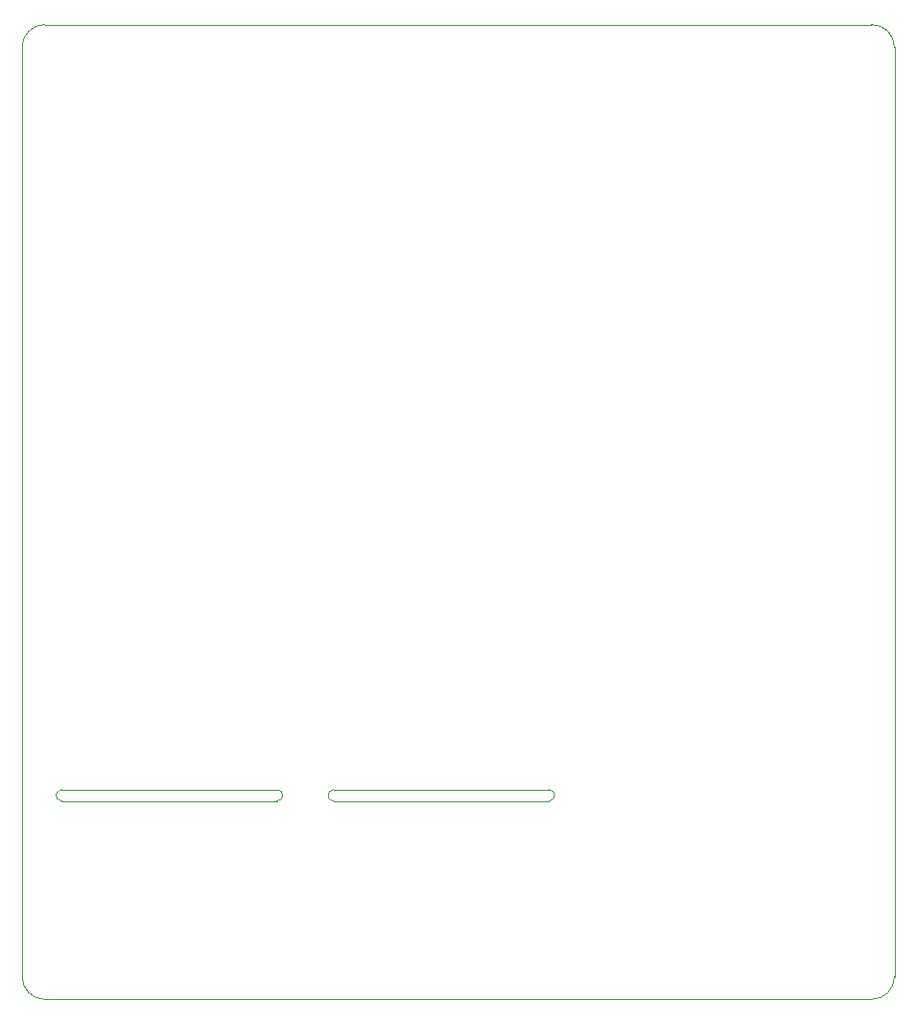
<source format=gbr>
G04 #@! TF.GenerationSoftware,KiCad,Pcbnew,5.1.5*
G04 #@! TF.CreationDate,2020-02-13T13:25:46+01:00*
G04 #@! TF.ProjectId,lora_fence_monitor,6c6f7261-5f66-4656-9e63-655f6d6f6e69,rev?*
G04 #@! TF.SameCoordinates,Original*
G04 #@! TF.FileFunction,Profile,NP*
%FSLAX46Y46*%
G04 Gerber Fmt 4.6, Leading zero omitted, Abs format (unit mm)*
G04 Created by KiCad (PCBNEW 5.1.5) date 2020-02-13 13:25:46*
%MOMM*%
%LPD*%
G04 APERTURE LIST*
%ADD10C,0.050000*%
G04 APERTURE END LIST*
D10*
X70500000Y-108500000D02*
X89500000Y-108500000D01*
X89500000Y-107500000D02*
G75*
G02X89500000Y-108500000I0J-500000D01*
G01*
X70500000Y-108500000D02*
G75*
G02X70500000Y-107500000I0J500000D01*
G01*
X70500000Y-107500000D02*
X89500000Y-107500000D01*
X113500000Y-107500000D02*
G75*
G02X113500000Y-108500000I0J-500000D01*
G01*
X94500000Y-108500000D02*
G75*
G02X94500000Y-107500000I0J500000D01*
G01*
X94500000Y-108500000D02*
X113500000Y-108500000D01*
X94500000Y-107500000D02*
X113500000Y-107500000D01*
X67000000Y-42000000D02*
G75*
G02X69000000Y-40000000I2000000J0D01*
G01*
X142000000Y-40000000D02*
G75*
G02X144000000Y-42000000I0J-2000000D01*
G01*
X144000000Y-124000000D02*
G75*
G02X142000000Y-126000000I-2000000J0D01*
G01*
X69000000Y-126000000D02*
G75*
G02X67000000Y-124000000I0J2000000D01*
G01*
X142000000Y-40000000D02*
X69000000Y-40000000D01*
X144000000Y-124000000D02*
X144000000Y-42000000D01*
X69000000Y-126000000D02*
X142000000Y-126000000D01*
X67000000Y-42000000D02*
X67000000Y-124000000D01*
M02*

</source>
